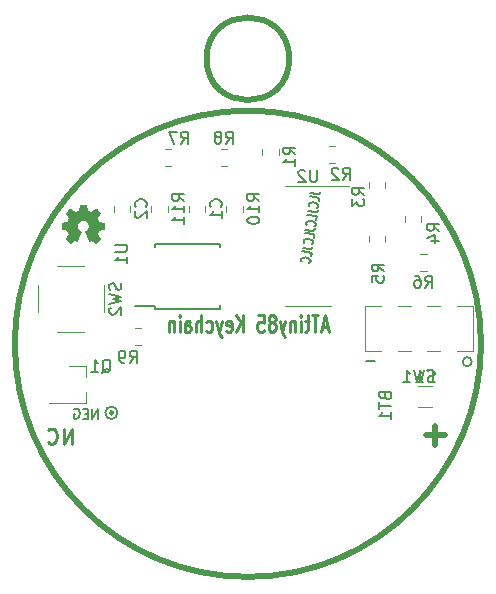
<source format=gbo>
G04 #@! TF.GenerationSoftware,KiCad,Pcbnew,(5.1.6)-1*
G04 #@! TF.CreationDate,2020-08-08T13:54:31-07:00*
G04 #@! TF.ProjectId,attiny85-keychain,61747469-6e79-4383-952d-6b6579636861,A*
G04 #@! TF.SameCoordinates,Original*
G04 #@! TF.FileFunction,Legend,Bot*
G04 #@! TF.FilePolarity,Positive*
%FSLAX46Y46*%
G04 Gerber Fmt 4.6, Leading zero omitted, Abs format (unit mm)*
G04 Created by KiCad (PCBNEW (5.1.6)-1) date 2020-08-08 13:54:31*
%MOMM*%
%LPD*%
G01*
G04 APERTURE LIST*
%ADD10C,0.150000*%
%ADD11C,0.203200*%
%ADD12C,0.254000*%
%ADD13C,0.508000*%
%ADD14C,0.152400*%
%ADD15C,0.120000*%
%ADD16C,0.010000*%
G04 APERTURE END LIST*
D10*
X161183609Y-115824000D02*
G75*
G03*
X161183609Y-115824000I-381000J0D01*
G01*
D11*
X153041047Y-115769571D02*
X152266952Y-115769571D01*
D12*
X130810000Y-120142000D02*
G75*
G03*
X130810000Y-120142000I-127000J0D01*
G01*
D10*
X131206634Y-120142000D02*
G75*
G03*
X131206634Y-120142000I-523634J0D01*
G01*
D13*
X161975800Y-114300000D02*
G75*
G03*
X161975800Y-114300000I-19735800J0D01*
G01*
X145740000Y-90170000D02*
G75*
G03*
X145740000Y-90170000I-3500000J0D01*
G01*
D12*
X127362857Y-122748523D02*
X127362857Y-121478523D01*
X126637142Y-122748523D01*
X126637142Y-121478523D01*
X125306666Y-122627571D02*
X125367142Y-122688047D01*
X125548571Y-122748523D01*
X125669523Y-122748523D01*
X125850952Y-122688047D01*
X125971904Y-122567095D01*
X126032380Y-122446142D01*
X126092857Y-122204238D01*
X126092857Y-122022809D01*
X126032380Y-121780904D01*
X125971904Y-121659952D01*
X125850952Y-121539000D01*
X125669523Y-121478523D01*
X125548571Y-121478523D01*
X125367142Y-121539000D01*
X125306666Y-121599476D01*
X148989142Y-112881833D02*
X148505333Y-112881833D01*
X149085904Y-113280976D02*
X148747238Y-111883976D01*
X148408571Y-113280976D01*
X148215047Y-111883976D02*
X147634476Y-111883976D01*
X147924761Y-113280976D02*
X147924761Y-111883976D01*
X147440952Y-112349642D02*
X147053904Y-112349642D01*
X147295809Y-111883976D02*
X147295809Y-113081404D01*
X147247428Y-113214452D01*
X147150666Y-113280976D01*
X147053904Y-113280976D01*
X146715238Y-113280976D02*
X146715238Y-112349642D01*
X146715238Y-111883976D02*
X146763619Y-111950500D01*
X146715238Y-112017023D01*
X146666857Y-111950500D01*
X146715238Y-111883976D01*
X146715238Y-112017023D01*
X146231428Y-112349642D02*
X146231428Y-113280976D01*
X146231428Y-112482690D02*
X146183047Y-112416166D01*
X146086285Y-112349642D01*
X145941142Y-112349642D01*
X145844380Y-112416166D01*
X145796000Y-112549214D01*
X145796000Y-113280976D01*
X145408952Y-112349642D02*
X145167047Y-113280976D01*
X144925142Y-112349642D02*
X145167047Y-113280976D01*
X145263809Y-113613595D01*
X145312190Y-113680119D01*
X145408952Y-113746642D01*
X144392952Y-112482690D02*
X144489714Y-112416166D01*
X144538095Y-112349642D01*
X144586476Y-112216595D01*
X144586476Y-112150071D01*
X144538095Y-112017023D01*
X144489714Y-111950500D01*
X144392952Y-111883976D01*
X144199428Y-111883976D01*
X144102666Y-111950500D01*
X144054285Y-112017023D01*
X144005904Y-112150071D01*
X144005904Y-112216595D01*
X144054285Y-112349642D01*
X144102666Y-112416166D01*
X144199428Y-112482690D01*
X144392952Y-112482690D01*
X144489714Y-112549214D01*
X144538095Y-112615738D01*
X144586476Y-112748785D01*
X144586476Y-113014880D01*
X144538095Y-113147928D01*
X144489714Y-113214452D01*
X144392952Y-113280976D01*
X144199428Y-113280976D01*
X144102666Y-113214452D01*
X144054285Y-113147928D01*
X144005904Y-113014880D01*
X144005904Y-112748785D01*
X144054285Y-112615738D01*
X144102666Y-112549214D01*
X144199428Y-112482690D01*
X143086666Y-111883976D02*
X143570476Y-111883976D01*
X143618857Y-112549214D01*
X143570476Y-112482690D01*
X143473714Y-112416166D01*
X143231809Y-112416166D01*
X143135047Y-112482690D01*
X143086666Y-112549214D01*
X143038285Y-112682261D01*
X143038285Y-113014880D01*
X143086666Y-113147928D01*
X143135047Y-113214452D01*
X143231809Y-113280976D01*
X143473714Y-113280976D01*
X143570476Y-113214452D01*
X143618857Y-113147928D01*
X141828761Y-113280976D02*
X141828761Y-111883976D01*
X141248190Y-113280976D02*
X141683619Y-112482690D01*
X141248190Y-111883976D02*
X141828761Y-112682261D01*
X140425714Y-113214452D02*
X140522476Y-113280976D01*
X140716000Y-113280976D01*
X140812761Y-113214452D01*
X140861142Y-113081404D01*
X140861142Y-112549214D01*
X140812761Y-112416166D01*
X140716000Y-112349642D01*
X140522476Y-112349642D01*
X140425714Y-112416166D01*
X140377333Y-112549214D01*
X140377333Y-112682261D01*
X140861142Y-112815309D01*
X140038666Y-112349642D02*
X139796761Y-113280976D01*
X139554857Y-112349642D02*
X139796761Y-113280976D01*
X139893523Y-113613595D01*
X139941904Y-113680119D01*
X140038666Y-113746642D01*
X138732380Y-113214452D02*
X138829142Y-113280976D01*
X139022666Y-113280976D01*
X139119428Y-113214452D01*
X139167809Y-113147928D01*
X139216190Y-113014880D01*
X139216190Y-112615738D01*
X139167809Y-112482690D01*
X139119428Y-112416166D01*
X139022666Y-112349642D01*
X138829142Y-112349642D01*
X138732380Y-112416166D01*
X138296952Y-113280976D02*
X138296952Y-111883976D01*
X137861523Y-113280976D02*
X137861523Y-112549214D01*
X137909904Y-112416166D01*
X138006666Y-112349642D01*
X138151809Y-112349642D01*
X138248571Y-112416166D01*
X138296952Y-112482690D01*
X136942285Y-113280976D02*
X136942285Y-112549214D01*
X136990666Y-112416166D01*
X137087428Y-112349642D01*
X137280952Y-112349642D01*
X137377714Y-112416166D01*
X136942285Y-113214452D02*
X137039047Y-113280976D01*
X137280952Y-113280976D01*
X137377714Y-113214452D01*
X137426095Y-113081404D01*
X137426095Y-112948357D01*
X137377714Y-112815309D01*
X137280952Y-112748785D01*
X137039047Y-112748785D01*
X136942285Y-112682261D01*
X136458476Y-113280976D02*
X136458476Y-112349642D01*
X136458476Y-111883976D02*
X136506857Y-111950500D01*
X136458476Y-112017023D01*
X136410095Y-111950500D01*
X136458476Y-111883976D01*
X136458476Y-112017023D01*
X135974666Y-112349642D02*
X135974666Y-113280976D01*
X135974666Y-112482690D02*
X135926285Y-112416166D01*
X135829523Y-112349642D01*
X135684380Y-112349642D01*
X135587619Y-112416166D01*
X135539238Y-112549214D01*
X135539238Y-113280976D01*
D14*
X129530323Y-120636695D02*
X129530323Y-119823895D01*
X129065866Y-120636695D01*
X129065866Y-119823895D01*
X128678819Y-120210942D02*
X128407885Y-120210942D01*
X128291771Y-120636695D02*
X128678819Y-120636695D01*
X128678819Y-119823895D01*
X128291771Y-119823895D01*
X127517676Y-119862600D02*
X127595085Y-119823895D01*
X127711200Y-119823895D01*
X127827314Y-119862600D01*
X127904723Y-119940009D01*
X127943428Y-120017419D01*
X127982133Y-120172238D01*
X127982133Y-120288352D01*
X127943428Y-120443171D01*
X127904723Y-120520580D01*
X127827314Y-120597990D01*
X127711200Y-120636695D01*
X127633790Y-120636695D01*
X127517676Y-120597990D01*
X127478971Y-120559285D01*
X127478971Y-120288352D01*
X127633790Y-120288352D01*
D13*
X158889095Y-122065142D02*
X157340904Y-122065142D01*
X158115000Y-122839238D02*
X158115000Y-121291047D01*
D14*
X147525106Y-101543684D02*
X148100027Y-101624484D01*
X148219052Y-101611898D01*
X148303788Y-101565179D01*
X148354236Y-101484328D01*
X148362316Y-101426836D01*
X148249196Y-102231726D02*
X148289596Y-101944265D01*
X147484706Y-101831145D01*
X148095780Y-102767128D02*
X148138148Y-102743768D01*
X148188596Y-102662917D01*
X148196676Y-102605424D01*
X148170468Y-102513800D01*
X148101892Y-102445534D01*
X148029276Y-102406015D01*
X147880003Y-102355722D01*
X147765019Y-102339562D01*
X147607667Y-102346761D01*
X147526970Y-102364734D01*
X147442234Y-102411453D01*
X147391786Y-102492305D01*
X147383706Y-102549797D01*
X147409914Y-102641422D01*
X147444202Y-102675554D01*
X147306946Y-103095972D02*
X147881868Y-103176772D01*
X148000892Y-103164186D01*
X148085628Y-103117467D01*
X148136076Y-103036615D01*
X148144156Y-102979123D01*
X148031036Y-103784013D02*
X148071436Y-103496553D01*
X147266546Y-103383433D01*
X147877620Y-104319415D02*
X147919988Y-104296056D01*
X147970436Y-104215204D01*
X147978516Y-104157712D01*
X147952308Y-104066087D01*
X147883732Y-103997822D01*
X147811116Y-103958302D01*
X147661843Y-103908010D01*
X147546859Y-103891850D01*
X147389507Y-103899049D01*
X147308811Y-103917022D01*
X147224075Y-103963741D01*
X147173626Y-104044592D01*
X147165546Y-104102084D01*
X147191755Y-104193709D01*
X147226043Y-104227842D01*
X147088787Y-104648260D02*
X147663708Y-104729060D01*
X147782732Y-104716473D01*
X147867468Y-104669755D01*
X147917916Y-104588903D01*
X147925996Y-104531411D01*
X147812876Y-105336301D02*
X147853276Y-105048840D01*
X147048387Y-104935720D01*
X147659460Y-105871703D02*
X147701828Y-105848343D01*
X147752277Y-105767492D01*
X147760357Y-105710000D01*
X147734148Y-105618375D01*
X147665572Y-105550109D01*
X147592956Y-105510590D01*
X147443684Y-105460297D01*
X147328699Y-105444137D01*
X147171347Y-105451337D01*
X147090651Y-105469310D01*
X147005915Y-105516028D01*
X146955467Y-105596880D01*
X146947387Y-105654372D01*
X146973595Y-105745997D01*
X147007883Y-105780130D01*
X146870627Y-106200547D02*
X147445548Y-106281347D01*
X147564572Y-106268761D01*
X147649308Y-106222042D01*
X147699757Y-106141191D01*
X147707837Y-106083699D01*
X147594717Y-106888589D02*
X147635117Y-106601128D01*
X146830227Y-106488008D01*
X147441301Y-107423990D02*
X147483669Y-107400631D01*
X147534117Y-107319780D01*
X147542197Y-107262287D01*
X147515989Y-107170663D01*
X147447412Y-107102397D01*
X147374796Y-107062878D01*
X147225524Y-107012585D01*
X147110540Y-106996425D01*
X146953187Y-107003624D01*
X146872491Y-107021597D01*
X146787755Y-107068316D01*
X146737307Y-107149167D01*
X146729227Y-107206660D01*
X146755435Y-107298284D01*
X146789723Y-107332417D01*
D15*
X159918000Y-111130000D02*
X161318000Y-111130000D01*
X158518000Y-111130000D02*
X157418000Y-111130000D01*
X156018000Y-111130000D02*
X154918000Y-111130000D01*
X152118000Y-111130000D02*
X153518000Y-111130000D01*
X154918000Y-114930000D02*
X154918000Y-114930000D01*
X156018000Y-114930000D02*
X154918000Y-114930000D01*
X157418000Y-114930000D02*
X157418000Y-114930000D01*
X158518000Y-114930000D02*
X157418000Y-114930000D01*
X152118000Y-114930000D02*
X153518000Y-114930000D01*
X152118000Y-111130000D02*
X152118000Y-114930000D01*
X161318000Y-114930000D02*
X161318000Y-111130000D01*
X159918000Y-114930000D02*
X161318000Y-114930000D01*
D16*
G36*
X128022346Y-102535037D02*
G01*
X128019815Y-102544444D01*
X128015325Y-102564830D01*
X128009178Y-102594679D01*
X128001676Y-102632473D01*
X127993121Y-102676694D01*
X127983814Y-102725825D01*
X127974933Y-102773590D01*
X127965231Y-102825666D01*
X127956020Y-102874031D01*
X127947597Y-102917204D01*
X127940261Y-102953700D01*
X127934308Y-102982036D01*
X127930037Y-103000729D01*
X127927843Y-103008147D01*
X127920734Y-103013002D01*
X127903647Y-103021689D01*
X127878437Y-103033432D01*
X127846964Y-103047458D01*
X127811082Y-103062991D01*
X127772649Y-103079258D01*
X127733523Y-103095484D01*
X127695559Y-103110895D01*
X127660616Y-103124717D01*
X127630549Y-103136174D01*
X127607216Y-103144493D01*
X127592473Y-103148900D01*
X127589133Y-103149400D01*
X127581223Y-103145898D01*
X127564143Y-103135930D01*
X127539135Y-103120298D01*
X127507440Y-103099807D01*
X127470302Y-103075259D01*
X127428962Y-103047459D01*
X127384663Y-103017209D01*
X127382977Y-103016050D01*
X127338537Y-102985710D01*
X127296950Y-102957792D01*
X127259470Y-102933102D01*
X127227348Y-102912443D01*
X127201835Y-102896620D01*
X127184184Y-102886439D01*
X127175647Y-102882704D01*
X127175534Y-102882700D01*
X127167306Y-102887127D01*
X127151640Y-102899578D01*
X127129778Y-102918808D01*
X127102963Y-102943571D01*
X127072436Y-102972623D01*
X127039441Y-103004716D01*
X127005221Y-103038607D01*
X126971017Y-103073050D01*
X126938073Y-103106799D01*
X126907631Y-103138609D01*
X126880934Y-103167234D01*
X126859224Y-103191430D01*
X126843744Y-103209950D01*
X126835737Y-103221550D01*
X126834900Y-103224097D01*
X126838433Y-103232726D01*
X126848553Y-103250619D01*
X126864542Y-103276652D01*
X126885685Y-103309700D01*
X126911264Y-103348638D01*
X126940563Y-103392340D01*
X126965076Y-103428340D01*
X126995000Y-103472376D01*
X127022500Y-103513554D01*
X127046764Y-103550605D01*
X127066983Y-103582260D01*
X127082343Y-103607248D01*
X127092034Y-103624302D01*
X127095250Y-103632025D01*
X127092816Y-103641266D01*
X127085943Y-103660515D01*
X127075276Y-103688145D01*
X127061459Y-103722527D01*
X127045138Y-103762032D01*
X127026958Y-103805030D01*
X127024447Y-103810895D01*
X127001484Y-103863898D01*
X126982714Y-103905923D01*
X126967716Y-103937825D01*
X126956069Y-103960460D01*
X126947352Y-103974681D01*
X126941144Y-103981345D01*
X126940309Y-103981787D01*
X126931117Y-103984255D01*
X126910948Y-103988701D01*
X126881323Y-103994820D01*
X126843758Y-104002311D01*
X126799772Y-104010868D01*
X126750884Y-104020190D01*
X126705151Y-104028759D01*
X126648445Y-104039494D01*
X126597991Y-104049434D01*
X126554910Y-104058338D01*
X126520326Y-104065960D01*
X126495359Y-104072059D01*
X126481131Y-104076390D01*
X126478236Y-104078005D01*
X126477078Y-104085988D01*
X126476008Y-104105211D01*
X126475055Y-104134216D01*
X126474252Y-104171544D01*
X126473629Y-104215735D01*
X126473218Y-104265329D01*
X126473049Y-104318869D01*
X126473048Y-104321784D01*
X126473118Y-104386150D01*
X126473408Y-104438809D01*
X126473952Y-104480756D01*
X126474780Y-104512982D01*
X126475926Y-104536481D01*
X126477421Y-104552245D01*
X126479299Y-104561267D01*
X126480959Y-104564191D01*
X126488880Y-104566861D01*
X126507825Y-104571481D01*
X126536320Y-104577745D01*
X126572888Y-104585345D01*
X126616058Y-104593975D01*
X126664354Y-104603326D01*
X126710305Y-104611979D01*
X126766069Y-104622541D01*
X126816190Y-104632422D01*
X126859448Y-104641359D01*
X126894620Y-104649086D01*
X126920487Y-104655338D01*
X126935826Y-104659850D01*
X126939527Y-104661673D01*
X126944409Y-104670333D01*
X126952991Y-104689027D01*
X126964542Y-104715896D01*
X126978329Y-104749083D01*
X126993622Y-104786729D01*
X127009688Y-104826978D01*
X127025796Y-104867971D01*
X127041214Y-104907850D01*
X127055210Y-104944758D01*
X127067053Y-104976836D01*
X127076012Y-105002227D01*
X127081354Y-105019073D01*
X127082550Y-105024843D01*
X127078956Y-105034107D01*
X127068575Y-105052748D01*
X127052009Y-105079813D01*
X127029860Y-105114351D01*
X127002730Y-105155410D01*
X126971220Y-105202036D01*
X126962115Y-105215347D01*
X126933090Y-105257761D01*
X126906154Y-105297286D01*
X126882206Y-105332590D01*
X126862148Y-105362337D01*
X126846880Y-105385192D01*
X126837304Y-105399823D01*
X126834511Y-105404377D01*
X126833274Y-105408427D01*
X126834145Y-105413603D01*
X126837918Y-105420804D01*
X126845388Y-105430927D01*
X126857350Y-105444868D01*
X126874600Y-105463526D01*
X126897931Y-105487796D01*
X126928139Y-105518577D01*
X126966020Y-105556765D01*
X126997652Y-105588511D01*
X127036066Y-105626798D01*
X127071903Y-105662091D01*
X127104131Y-105693404D01*
X127131717Y-105719753D01*
X127153629Y-105740152D01*
X127168834Y-105753616D01*
X127176298Y-105759161D01*
X127176667Y-105759250D01*
X127183784Y-105755763D01*
X127200063Y-105745855D01*
X127224237Y-105730358D01*
X127255041Y-105710102D01*
X127291209Y-105685917D01*
X127331475Y-105658634D01*
X127365366Y-105635424D01*
X127408075Y-105606255D01*
X127447791Y-105579532D01*
X127483230Y-105556089D01*
X127513110Y-105536758D01*
X127536146Y-105522373D01*
X127551055Y-105513766D01*
X127556227Y-105511600D01*
X127565432Y-105514455D01*
X127583552Y-105522320D01*
X127608339Y-105534143D01*
X127637548Y-105548872D01*
X127652553Y-105556704D01*
X127686119Y-105574176D01*
X127710345Y-105586070D01*
X127726949Y-105593055D01*
X127737648Y-105595797D01*
X127744162Y-105594963D01*
X127746588Y-105593216D01*
X127750448Y-105585983D01*
X127758600Y-105568185D01*
X127770548Y-105541019D01*
X127785793Y-105505684D01*
X127803839Y-105463377D01*
X127824189Y-105415296D01*
X127846346Y-105362638D01*
X127869813Y-105306601D01*
X127894093Y-105248383D01*
X127918688Y-105189181D01*
X127943103Y-105130193D01*
X127966839Y-105072616D01*
X127989401Y-105017649D01*
X128010290Y-104966488D01*
X128029009Y-104920332D01*
X128045063Y-104880378D01*
X128057953Y-104847823D01*
X128067184Y-104823866D01*
X128072257Y-104809704D01*
X128073098Y-104806434D01*
X128068173Y-104798957D01*
X128054817Y-104786443D01*
X128035227Y-104770809D01*
X128017588Y-104758064D01*
X127962523Y-104717329D01*
X127917463Y-104677856D01*
X127880242Y-104637278D01*
X127848697Y-104593226D01*
X127820661Y-104543333D01*
X127819965Y-104541949D01*
X127798437Y-104493207D01*
X127783863Y-104445280D01*
X127775386Y-104394206D01*
X127772146Y-104336025D01*
X127772051Y-104320975D01*
X127773336Y-104269986D01*
X127777644Y-104227328D01*
X127785891Y-104188807D01*
X127798996Y-104150230D01*
X127817875Y-104107402D01*
X127819513Y-104103977D01*
X127859248Y-104035506D01*
X127908529Y-103975234D01*
X127966735Y-103923790D01*
X128033243Y-103881805D01*
X128044575Y-103876026D01*
X128105913Y-103849501D01*
X128164882Y-103832525D01*
X128226057Y-103824011D01*
X128270000Y-103822500D01*
X128348938Y-103828578D01*
X128424434Y-103846356D01*
X128495389Y-103875145D01*
X128560699Y-103914255D01*
X128619262Y-103963000D01*
X128669978Y-104020689D01*
X128711744Y-104086635D01*
X128720488Y-104103977D01*
X128739827Y-104147282D01*
X128753324Y-104186028D01*
X128761897Y-104224411D01*
X128766462Y-104266622D01*
X128767938Y-104316857D01*
X128767950Y-104320975D01*
X128765810Y-104381388D01*
X128758634Y-104433768D01*
X128745562Y-104482076D01*
X128725736Y-104530273D01*
X128720036Y-104541949D01*
X128688420Y-104597598D01*
X128652026Y-104646588D01*
X128608664Y-104691309D01*
X128556146Y-104734149D01*
X128522046Y-104758126D01*
X128497188Y-104775823D01*
X128478720Y-104790973D01*
X128468429Y-104802030D01*
X128466903Y-104805751D01*
X128469304Y-104813690D01*
X128476155Y-104832127D01*
X128486958Y-104859862D01*
X128501215Y-104895697D01*
X128518432Y-104938435D01*
X128538109Y-104986877D01*
X128559751Y-105039824D01*
X128582861Y-105096078D01*
X128606941Y-105154442D01*
X128631495Y-105213716D01*
X128656025Y-105272703D01*
X128680035Y-105330204D01*
X128703028Y-105385020D01*
X128724507Y-105435955D01*
X128743975Y-105481809D01*
X128760934Y-105521384D01*
X128774889Y-105553482D01*
X128785342Y-105576904D01*
X128791797Y-105590453D01*
X128793509Y-105593313D01*
X128798538Y-105595995D01*
X128806641Y-105595370D01*
X128819627Y-105590737D01*
X128839305Y-105581397D01*
X128867485Y-105566649D01*
X128880578Y-105559600D01*
X128910424Y-105543846D01*
X128937577Y-105530223D01*
X128959463Y-105519974D01*
X128973509Y-105514338D01*
X128975586Y-105513776D01*
X128981655Y-105513876D01*
X128990500Y-105516675D01*
X129003171Y-105522816D01*
X129020716Y-105532941D01*
X129044181Y-105547690D01*
X129074617Y-105567707D01*
X129113070Y-105593632D01*
X129160589Y-105626108D01*
X129173245Y-105634801D01*
X129215995Y-105664015D01*
X129255654Y-105690791D01*
X129290961Y-105714300D01*
X129320650Y-105733715D01*
X129343460Y-105748208D01*
X129358126Y-105756951D01*
X129363167Y-105759250D01*
X129369503Y-105754892D01*
X129383722Y-105742476D01*
X129404789Y-105722987D01*
X129431672Y-105697409D01*
X129463335Y-105666729D01*
X129498744Y-105631931D01*
X129536867Y-105594001D01*
X129542349Y-105588511D01*
X129586095Y-105544581D01*
X129621610Y-105508690D01*
X129649691Y-105479939D01*
X129671130Y-105457431D01*
X129686725Y-105440270D01*
X129697268Y-105427558D01*
X129703556Y-105418398D01*
X129706382Y-105411893D01*
X129706543Y-105407145D01*
X129705490Y-105404377D01*
X129700268Y-105396058D01*
X129688746Y-105378612D01*
X129671825Y-105353373D01*
X129650406Y-105321677D01*
X129625389Y-105284857D01*
X129597676Y-105244248D01*
X129577886Y-105215347D01*
X129545306Y-105167391D01*
X129516944Y-105124748D01*
X129493402Y-105088370D01*
X129475281Y-105059210D01*
X129463185Y-105038219D01*
X129457714Y-105026351D01*
X129457450Y-105024843D01*
X129459766Y-105015204D01*
X129466223Y-104995696D01*
X129476090Y-104968177D01*
X129488634Y-104934506D01*
X129503125Y-104896539D01*
X129518828Y-104856135D01*
X129535013Y-104815154D01*
X129550947Y-104775451D01*
X129565897Y-104738887D01*
X129579133Y-104707318D01*
X129589921Y-104682604D01*
X129597529Y-104666602D01*
X129600601Y-104661545D01*
X129608844Y-104658161D01*
X129628481Y-104652876D01*
X129658387Y-104645935D01*
X129697439Y-104637581D01*
X129744512Y-104628060D01*
X129798483Y-104617616D01*
X129829894Y-104611716D01*
X129881492Y-104601983D01*
X129929269Y-104592706D01*
X129971750Y-104584192D01*
X130007463Y-104576747D01*
X130034932Y-104570678D01*
X130052685Y-104566291D01*
X130059113Y-104564055D01*
X130061282Y-104559329D01*
X130063048Y-104548409D01*
X130064442Y-104530320D01*
X130065495Y-104504088D01*
X130066239Y-104468740D01*
X130066706Y-104423300D01*
X130066927Y-104366795D01*
X130066953Y-104321784D01*
X130066796Y-104268071D01*
X130066392Y-104218221D01*
X130065772Y-104173694D01*
X130064967Y-104135949D01*
X130064010Y-104106448D01*
X130062931Y-104086650D01*
X130061762Y-104078014D01*
X130061698Y-104077897D01*
X130054177Y-104074627D01*
X130035144Y-104069465D01*
X130005611Y-104062630D01*
X129966590Y-104054339D01*
X129919091Y-104044813D01*
X129864126Y-104034270D01*
X129834783Y-104028801D01*
X129782845Y-104019111D01*
X129734479Y-104009908D01*
X129691204Y-104001493D01*
X129654539Y-103994170D01*
X129626002Y-103988241D01*
X129607113Y-103984010D01*
X129599692Y-103981937D01*
X129593801Y-103976301D01*
X129585388Y-103963057D01*
X129574045Y-103941376D01*
X129559365Y-103910433D01*
X129540941Y-103869400D01*
X129518367Y-103817450D01*
X129515554Y-103810895D01*
X129497174Y-103767545D01*
X129480568Y-103727463D01*
X129466382Y-103692280D01*
X129455262Y-103663626D01*
X129447851Y-103643134D01*
X129444794Y-103632433D01*
X129444750Y-103631840D01*
X129448252Y-103623513D01*
X129458223Y-103606027D01*
X129473862Y-103580633D01*
X129494368Y-103548585D01*
X129518941Y-103511136D01*
X129546779Y-103469539D01*
X129574925Y-103428188D01*
X129607156Y-103380815D01*
X129635969Y-103337691D01*
X129660677Y-103299889D01*
X129680597Y-103268485D01*
X129695043Y-103244551D01*
X129703330Y-103229162D01*
X129705101Y-103224039D01*
X129700681Y-103215782D01*
X129688253Y-103200072D01*
X129669058Y-103178155D01*
X129644340Y-103151277D01*
X129615342Y-103120682D01*
X129583307Y-103087615D01*
X129549479Y-103053322D01*
X129515099Y-103019048D01*
X129481412Y-102986038D01*
X129449660Y-102955537D01*
X129421087Y-102928791D01*
X129396936Y-102907044D01*
X129378450Y-102891543D01*
X129366871Y-102883531D01*
X129364335Y-102882700D01*
X129356136Y-102886200D01*
X129338774Y-102896165D01*
X129313500Y-102911792D01*
X129281565Y-102932278D01*
X129244222Y-102956819D01*
X129202721Y-102984613D01*
X129158314Y-103014855D01*
X129156575Y-103016050D01*
X129105871Y-103050608D01*
X129060655Y-103080877D01*
X129021795Y-103106301D01*
X128990159Y-103126326D01*
X128966616Y-103140399D01*
X128952034Y-103147964D01*
X128948021Y-103149152D01*
X128937295Y-103146654D01*
X128917225Y-103139870D01*
X128889678Y-103129585D01*
X128856521Y-103116584D01*
X128819618Y-103101652D01*
X128780837Y-103085574D01*
X128742042Y-103069135D01*
X128705101Y-103053121D01*
X128671878Y-103038317D01*
X128644241Y-103025507D01*
X128624055Y-103015476D01*
X128613185Y-103009011D01*
X128611934Y-103007747D01*
X128609464Y-102999250D01*
X128605044Y-102979740D01*
X128598972Y-102950703D01*
X128591547Y-102913624D01*
X128583065Y-102869990D01*
X128573826Y-102821287D01*
X128564918Y-102773305D01*
X128555221Y-102721053D01*
X128545998Y-102672327D01*
X128537550Y-102628648D01*
X128530179Y-102591535D01*
X128524186Y-102562505D01*
X128519872Y-102543078D01*
X128517664Y-102535037D01*
X128511573Y-102520750D01*
X128028428Y-102520750D01*
X128022346Y-102535037D01*
G37*
X128022346Y-102535037D02*
X128019815Y-102544444D01*
X128015325Y-102564830D01*
X128009178Y-102594679D01*
X128001676Y-102632473D01*
X127993121Y-102676694D01*
X127983814Y-102725825D01*
X127974933Y-102773590D01*
X127965231Y-102825666D01*
X127956020Y-102874031D01*
X127947597Y-102917204D01*
X127940261Y-102953700D01*
X127934308Y-102982036D01*
X127930037Y-103000729D01*
X127927843Y-103008147D01*
X127920734Y-103013002D01*
X127903647Y-103021689D01*
X127878437Y-103033432D01*
X127846964Y-103047458D01*
X127811082Y-103062991D01*
X127772649Y-103079258D01*
X127733523Y-103095484D01*
X127695559Y-103110895D01*
X127660616Y-103124717D01*
X127630549Y-103136174D01*
X127607216Y-103144493D01*
X127592473Y-103148900D01*
X127589133Y-103149400D01*
X127581223Y-103145898D01*
X127564143Y-103135930D01*
X127539135Y-103120298D01*
X127507440Y-103099807D01*
X127470302Y-103075259D01*
X127428962Y-103047459D01*
X127384663Y-103017209D01*
X127382977Y-103016050D01*
X127338537Y-102985710D01*
X127296950Y-102957792D01*
X127259470Y-102933102D01*
X127227348Y-102912443D01*
X127201835Y-102896620D01*
X127184184Y-102886439D01*
X127175647Y-102882704D01*
X127175534Y-102882700D01*
X127167306Y-102887127D01*
X127151640Y-102899578D01*
X127129778Y-102918808D01*
X127102963Y-102943571D01*
X127072436Y-102972623D01*
X127039441Y-103004716D01*
X127005221Y-103038607D01*
X126971017Y-103073050D01*
X126938073Y-103106799D01*
X126907631Y-103138609D01*
X126880934Y-103167234D01*
X126859224Y-103191430D01*
X126843744Y-103209950D01*
X126835737Y-103221550D01*
X126834900Y-103224097D01*
X126838433Y-103232726D01*
X126848553Y-103250619D01*
X126864542Y-103276652D01*
X126885685Y-103309700D01*
X126911264Y-103348638D01*
X126940563Y-103392340D01*
X126965076Y-103428340D01*
X126995000Y-103472376D01*
X127022500Y-103513554D01*
X127046764Y-103550605D01*
X127066983Y-103582260D01*
X127082343Y-103607248D01*
X127092034Y-103624302D01*
X127095250Y-103632025D01*
X127092816Y-103641266D01*
X127085943Y-103660515D01*
X127075276Y-103688145D01*
X127061459Y-103722527D01*
X127045138Y-103762032D01*
X127026958Y-103805030D01*
X127024447Y-103810895D01*
X127001484Y-103863898D01*
X126982714Y-103905923D01*
X126967716Y-103937825D01*
X126956069Y-103960460D01*
X126947352Y-103974681D01*
X126941144Y-103981345D01*
X126940309Y-103981787D01*
X126931117Y-103984255D01*
X126910948Y-103988701D01*
X126881323Y-103994820D01*
X126843758Y-104002311D01*
X126799772Y-104010868D01*
X126750884Y-104020190D01*
X126705151Y-104028759D01*
X126648445Y-104039494D01*
X126597991Y-104049434D01*
X126554910Y-104058338D01*
X126520326Y-104065960D01*
X126495359Y-104072059D01*
X126481131Y-104076390D01*
X126478236Y-104078005D01*
X126477078Y-104085988D01*
X126476008Y-104105211D01*
X126475055Y-104134216D01*
X126474252Y-104171544D01*
X126473629Y-104215735D01*
X126473218Y-104265329D01*
X126473049Y-104318869D01*
X126473048Y-104321784D01*
X126473118Y-104386150D01*
X126473408Y-104438809D01*
X126473952Y-104480756D01*
X126474780Y-104512982D01*
X126475926Y-104536481D01*
X126477421Y-104552245D01*
X126479299Y-104561267D01*
X126480959Y-104564191D01*
X126488880Y-104566861D01*
X126507825Y-104571481D01*
X126536320Y-104577745D01*
X126572888Y-104585345D01*
X126616058Y-104593975D01*
X126664354Y-104603326D01*
X126710305Y-104611979D01*
X126766069Y-104622541D01*
X126816190Y-104632422D01*
X126859448Y-104641359D01*
X126894620Y-104649086D01*
X126920487Y-104655338D01*
X126935826Y-104659850D01*
X126939527Y-104661673D01*
X126944409Y-104670333D01*
X126952991Y-104689027D01*
X126964542Y-104715896D01*
X126978329Y-104749083D01*
X126993622Y-104786729D01*
X127009688Y-104826978D01*
X127025796Y-104867971D01*
X127041214Y-104907850D01*
X127055210Y-104944758D01*
X127067053Y-104976836D01*
X127076012Y-105002227D01*
X127081354Y-105019073D01*
X127082550Y-105024843D01*
X127078956Y-105034107D01*
X127068575Y-105052748D01*
X127052009Y-105079813D01*
X127029860Y-105114351D01*
X127002730Y-105155410D01*
X126971220Y-105202036D01*
X126962115Y-105215347D01*
X126933090Y-105257761D01*
X126906154Y-105297286D01*
X126882206Y-105332590D01*
X126862148Y-105362337D01*
X126846880Y-105385192D01*
X126837304Y-105399823D01*
X126834511Y-105404377D01*
X126833274Y-105408427D01*
X126834145Y-105413603D01*
X126837918Y-105420804D01*
X126845388Y-105430927D01*
X126857350Y-105444868D01*
X126874600Y-105463526D01*
X126897931Y-105487796D01*
X126928139Y-105518577D01*
X126966020Y-105556765D01*
X126997652Y-105588511D01*
X127036066Y-105626798D01*
X127071903Y-105662091D01*
X127104131Y-105693404D01*
X127131717Y-105719753D01*
X127153629Y-105740152D01*
X127168834Y-105753616D01*
X127176298Y-105759161D01*
X127176667Y-105759250D01*
X127183784Y-105755763D01*
X127200063Y-105745855D01*
X127224237Y-105730358D01*
X127255041Y-105710102D01*
X127291209Y-105685917D01*
X127331475Y-105658634D01*
X127365366Y-105635424D01*
X127408075Y-105606255D01*
X127447791Y-105579532D01*
X127483230Y-105556089D01*
X127513110Y-105536758D01*
X127536146Y-105522373D01*
X127551055Y-105513766D01*
X127556227Y-105511600D01*
X127565432Y-105514455D01*
X127583552Y-105522320D01*
X127608339Y-105534143D01*
X127637548Y-105548872D01*
X127652553Y-105556704D01*
X127686119Y-105574176D01*
X127710345Y-105586070D01*
X127726949Y-105593055D01*
X127737648Y-105595797D01*
X127744162Y-105594963D01*
X127746588Y-105593216D01*
X127750448Y-105585983D01*
X127758600Y-105568185D01*
X127770548Y-105541019D01*
X127785793Y-105505684D01*
X127803839Y-105463377D01*
X127824189Y-105415296D01*
X127846346Y-105362638D01*
X127869813Y-105306601D01*
X127894093Y-105248383D01*
X127918688Y-105189181D01*
X127943103Y-105130193D01*
X127966839Y-105072616D01*
X127989401Y-105017649D01*
X128010290Y-104966488D01*
X128029009Y-104920332D01*
X128045063Y-104880378D01*
X128057953Y-104847823D01*
X128067184Y-104823866D01*
X128072257Y-104809704D01*
X128073098Y-104806434D01*
X128068173Y-104798957D01*
X128054817Y-104786443D01*
X128035227Y-104770809D01*
X128017588Y-104758064D01*
X127962523Y-104717329D01*
X127917463Y-104677856D01*
X127880242Y-104637278D01*
X127848697Y-104593226D01*
X127820661Y-104543333D01*
X127819965Y-104541949D01*
X127798437Y-104493207D01*
X127783863Y-104445280D01*
X127775386Y-104394206D01*
X127772146Y-104336025D01*
X127772051Y-104320975D01*
X127773336Y-104269986D01*
X127777644Y-104227328D01*
X127785891Y-104188807D01*
X127798996Y-104150230D01*
X127817875Y-104107402D01*
X127819513Y-104103977D01*
X127859248Y-104035506D01*
X127908529Y-103975234D01*
X127966735Y-103923790D01*
X128033243Y-103881805D01*
X128044575Y-103876026D01*
X128105913Y-103849501D01*
X128164882Y-103832525D01*
X128226057Y-103824011D01*
X128270000Y-103822500D01*
X128348938Y-103828578D01*
X128424434Y-103846356D01*
X128495389Y-103875145D01*
X128560699Y-103914255D01*
X128619262Y-103963000D01*
X128669978Y-104020689D01*
X128711744Y-104086635D01*
X128720488Y-104103977D01*
X128739827Y-104147282D01*
X128753324Y-104186028D01*
X128761897Y-104224411D01*
X128766462Y-104266622D01*
X128767938Y-104316857D01*
X128767950Y-104320975D01*
X128765810Y-104381388D01*
X128758634Y-104433768D01*
X128745562Y-104482076D01*
X128725736Y-104530273D01*
X128720036Y-104541949D01*
X128688420Y-104597598D01*
X128652026Y-104646588D01*
X128608664Y-104691309D01*
X128556146Y-104734149D01*
X128522046Y-104758126D01*
X128497188Y-104775823D01*
X128478720Y-104790973D01*
X128468429Y-104802030D01*
X128466903Y-104805751D01*
X128469304Y-104813690D01*
X128476155Y-104832127D01*
X128486958Y-104859862D01*
X128501215Y-104895697D01*
X128518432Y-104938435D01*
X128538109Y-104986877D01*
X128559751Y-105039824D01*
X128582861Y-105096078D01*
X128606941Y-105154442D01*
X128631495Y-105213716D01*
X128656025Y-105272703D01*
X128680035Y-105330204D01*
X128703028Y-105385020D01*
X128724507Y-105435955D01*
X128743975Y-105481809D01*
X128760934Y-105521384D01*
X128774889Y-105553482D01*
X128785342Y-105576904D01*
X128791797Y-105590453D01*
X128793509Y-105593313D01*
X128798538Y-105595995D01*
X128806641Y-105595370D01*
X128819627Y-105590737D01*
X128839305Y-105581397D01*
X128867485Y-105566649D01*
X128880578Y-105559600D01*
X128910424Y-105543846D01*
X128937577Y-105530223D01*
X128959463Y-105519974D01*
X128973509Y-105514338D01*
X128975586Y-105513776D01*
X128981655Y-105513876D01*
X128990500Y-105516675D01*
X129003171Y-105522816D01*
X129020716Y-105532941D01*
X129044181Y-105547690D01*
X129074617Y-105567707D01*
X129113070Y-105593632D01*
X129160589Y-105626108D01*
X129173245Y-105634801D01*
X129215995Y-105664015D01*
X129255654Y-105690791D01*
X129290961Y-105714300D01*
X129320650Y-105733715D01*
X129343460Y-105748208D01*
X129358126Y-105756951D01*
X129363167Y-105759250D01*
X129369503Y-105754892D01*
X129383722Y-105742476D01*
X129404789Y-105722987D01*
X129431672Y-105697409D01*
X129463335Y-105666729D01*
X129498744Y-105631931D01*
X129536867Y-105594001D01*
X129542349Y-105588511D01*
X129586095Y-105544581D01*
X129621610Y-105508690D01*
X129649691Y-105479939D01*
X129671130Y-105457431D01*
X129686725Y-105440270D01*
X129697268Y-105427558D01*
X129703556Y-105418398D01*
X129706382Y-105411893D01*
X129706543Y-105407145D01*
X129705490Y-105404377D01*
X129700268Y-105396058D01*
X129688746Y-105378612D01*
X129671825Y-105353373D01*
X129650406Y-105321677D01*
X129625389Y-105284857D01*
X129597676Y-105244248D01*
X129577886Y-105215347D01*
X129545306Y-105167391D01*
X129516944Y-105124748D01*
X129493402Y-105088370D01*
X129475281Y-105059210D01*
X129463185Y-105038219D01*
X129457714Y-105026351D01*
X129457450Y-105024843D01*
X129459766Y-105015204D01*
X129466223Y-104995696D01*
X129476090Y-104968177D01*
X129488634Y-104934506D01*
X129503125Y-104896539D01*
X129518828Y-104856135D01*
X129535013Y-104815154D01*
X129550947Y-104775451D01*
X129565897Y-104738887D01*
X129579133Y-104707318D01*
X129589921Y-104682604D01*
X129597529Y-104666602D01*
X129600601Y-104661545D01*
X129608844Y-104658161D01*
X129628481Y-104652876D01*
X129658387Y-104645935D01*
X129697439Y-104637581D01*
X129744512Y-104628060D01*
X129798483Y-104617616D01*
X129829894Y-104611716D01*
X129881492Y-104601983D01*
X129929269Y-104592706D01*
X129971750Y-104584192D01*
X130007463Y-104576747D01*
X130034932Y-104570678D01*
X130052685Y-104566291D01*
X130059113Y-104564055D01*
X130061282Y-104559329D01*
X130063048Y-104548409D01*
X130064442Y-104530320D01*
X130065495Y-104504088D01*
X130066239Y-104468740D01*
X130066706Y-104423300D01*
X130066927Y-104366795D01*
X130066953Y-104321784D01*
X130066796Y-104268071D01*
X130066392Y-104218221D01*
X130065772Y-104173694D01*
X130064967Y-104135949D01*
X130064010Y-104106448D01*
X130062931Y-104086650D01*
X130061762Y-104078014D01*
X130061698Y-104077897D01*
X130054177Y-104074627D01*
X130035144Y-104069465D01*
X130005611Y-104062630D01*
X129966590Y-104054339D01*
X129919091Y-104044813D01*
X129864126Y-104034270D01*
X129834783Y-104028801D01*
X129782845Y-104019111D01*
X129734479Y-104009908D01*
X129691204Y-104001493D01*
X129654539Y-103994170D01*
X129626002Y-103988241D01*
X129607113Y-103984010D01*
X129599692Y-103981937D01*
X129593801Y-103976301D01*
X129585388Y-103963057D01*
X129574045Y-103941376D01*
X129559365Y-103910433D01*
X129540941Y-103869400D01*
X129518367Y-103817450D01*
X129515554Y-103810895D01*
X129497174Y-103767545D01*
X129480568Y-103727463D01*
X129466382Y-103692280D01*
X129455262Y-103663626D01*
X129447851Y-103643134D01*
X129444794Y-103632433D01*
X129444750Y-103631840D01*
X129448252Y-103623513D01*
X129458223Y-103606027D01*
X129473862Y-103580633D01*
X129494368Y-103548585D01*
X129518941Y-103511136D01*
X129546779Y-103469539D01*
X129574925Y-103428188D01*
X129607156Y-103380815D01*
X129635969Y-103337691D01*
X129660677Y-103299889D01*
X129680597Y-103268485D01*
X129695043Y-103244551D01*
X129703330Y-103229162D01*
X129705101Y-103224039D01*
X129700681Y-103215782D01*
X129688253Y-103200072D01*
X129669058Y-103178155D01*
X129644340Y-103151277D01*
X129615342Y-103120682D01*
X129583307Y-103087615D01*
X129549479Y-103053322D01*
X129515099Y-103019048D01*
X129481412Y-102986038D01*
X129449660Y-102955537D01*
X129421087Y-102928791D01*
X129396936Y-102907044D01*
X129378450Y-102891543D01*
X129366871Y-102883531D01*
X129364335Y-102882700D01*
X129356136Y-102886200D01*
X129338774Y-102896165D01*
X129313500Y-102911792D01*
X129281565Y-102932278D01*
X129244222Y-102956819D01*
X129202721Y-102984613D01*
X129158314Y-103014855D01*
X129156575Y-103016050D01*
X129105871Y-103050608D01*
X129060655Y-103080877D01*
X129021795Y-103106301D01*
X128990159Y-103126326D01*
X128966616Y-103140399D01*
X128952034Y-103147964D01*
X128948021Y-103149152D01*
X128937295Y-103146654D01*
X128917225Y-103139870D01*
X128889678Y-103129585D01*
X128856521Y-103116584D01*
X128819618Y-103101652D01*
X128780837Y-103085574D01*
X128742042Y-103069135D01*
X128705101Y-103053121D01*
X128671878Y-103038317D01*
X128644241Y-103025507D01*
X128624055Y-103015476D01*
X128613185Y-103009011D01*
X128611934Y-103007747D01*
X128609464Y-102999250D01*
X128605044Y-102979740D01*
X128598972Y-102950703D01*
X128591547Y-102913624D01*
X128583065Y-102869990D01*
X128573826Y-102821287D01*
X128564918Y-102773305D01*
X128555221Y-102721053D01*
X128545998Y-102672327D01*
X128537550Y-102628648D01*
X128530179Y-102591535D01*
X128524186Y-102562505D01*
X128519872Y-102543078D01*
X128517664Y-102535037D01*
X128511573Y-102520750D01*
X128028428Y-102520750D01*
X128022346Y-102535037D01*
D15*
X128397000Y-107696000D02*
X126111000Y-107696000D01*
X130048000Y-111633000D02*
X130048000Y-109347000D01*
X128397000Y-113284000D02*
X126111000Y-113284000D01*
X124460000Y-111633000D02*
X124460000Y-109347000D01*
D10*
X134410000Y-111135000D02*
X132660000Y-111135000D01*
X134410000Y-105830000D02*
X139910000Y-105830000D01*
X134410000Y-111340000D02*
X139910000Y-111340000D01*
X134410000Y-105830000D02*
X134410000Y-106130000D01*
X139910000Y-105830000D02*
X139910000Y-106130000D01*
X139910000Y-111340000D02*
X139910000Y-111040000D01*
X134410000Y-111340000D02*
X134410000Y-111135000D01*
D15*
X141807000Y-103131252D02*
X141807000Y-102608748D01*
X140387000Y-103131252D02*
X140387000Y-102608748D01*
X128522000Y-116149000D02*
X128522000Y-117079000D01*
X128522000Y-119309000D02*
X128522000Y-118379000D01*
X128522000Y-119309000D02*
X125362000Y-119309000D01*
X128522000Y-116149000D02*
X127062000Y-116149000D01*
X156660436Y-119655000D02*
X157864564Y-119655000D01*
X156660436Y-117835000D02*
X157864564Y-117835000D01*
X135457000Y-103131252D02*
X135457000Y-102608748D01*
X134037000Y-103131252D02*
X134037000Y-102608748D01*
X140469252Y-97842000D02*
X139946748Y-97842000D01*
X140469252Y-99262000D02*
X139946748Y-99262000D01*
X135770252Y-99262000D02*
X135247748Y-99262000D01*
X135770252Y-97842000D02*
X135247748Y-97842000D01*
X156846748Y-108152000D02*
X157369252Y-108152000D01*
X156846748Y-106732000D02*
X157369252Y-106732000D01*
X153872000Y-105680252D02*
X153872000Y-105157748D01*
X152452000Y-105680252D02*
X152452000Y-105157748D01*
X155500000Y-104011252D02*
X155500000Y-103488748D01*
X156920000Y-104011252D02*
X156920000Y-103488748D01*
X153872000Y-101090252D02*
X153872000Y-100567748D01*
X152452000Y-101090252D02*
X152452000Y-100567748D01*
X149081748Y-99008000D02*
X149604252Y-99008000D01*
X149081748Y-97588000D02*
X149604252Y-97588000D01*
X144855000Y-98305252D02*
X144855000Y-97782748D01*
X143435000Y-98305252D02*
X143435000Y-97782748D01*
X147320000Y-100985000D02*
X150770000Y-100985000D01*
X147320000Y-100985000D02*
X145370000Y-100985000D01*
X147320000Y-111105000D02*
X149270000Y-111105000D01*
X147320000Y-111105000D02*
X145370000Y-111105000D01*
X133221252Y-112955000D02*
X132698748Y-112955000D01*
X133221252Y-114375000D02*
X132698748Y-114375000D01*
X132282000Y-103131252D02*
X132282000Y-102608748D01*
X130862000Y-103131252D02*
X130862000Y-102608748D01*
X138632000Y-103131252D02*
X138632000Y-102608748D01*
X137212000Y-103131252D02*
X137212000Y-102608748D01*
D10*
X158051333Y-117498761D02*
X157908476Y-117546380D01*
X157670380Y-117546380D01*
X157575142Y-117498761D01*
X157527523Y-117451142D01*
X157479904Y-117355904D01*
X157479904Y-117260666D01*
X157527523Y-117165428D01*
X157575142Y-117117809D01*
X157670380Y-117070190D01*
X157860857Y-117022571D01*
X157956095Y-116974952D01*
X158003714Y-116927333D01*
X158051333Y-116832095D01*
X158051333Y-116736857D01*
X158003714Y-116641619D01*
X157956095Y-116594000D01*
X157860857Y-116546380D01*
X157622761Y-116546380D01*
X157479904Y-116594000D01*
X157146571Y-116546380D02*
X156908476Y-117546380D01*
X156718000Y-116832095D01*
X156527523Y-117546380D01*
X156289428Y-116546380D01*
X155384666Y-117546380D02*
X155956095Y-117546380D01*
X155670380Y-117546380D02*
X155670380Y-116546380D01*
X155765619Y-116689238D01*
X155860857Y-116784476D01*
X155956095Y-116832095D01*
X153852571Y-118721285D02*
X153900190Y-118864142D01*
X153947809Y-118911761D01*
X154043047Y-118959380D01*
X154185904Y-118959380D01*
X154281142Y-118911761D01*
X154328761Y-118864142D01*
X154376380Y-118768904D01*
X154376380Y-118387952D01*
X153376380Y-118387952D01*
X153376380Y-118721285D01*
X153424000Y-118816523D01*
X153471619Y-118864142D01*
X153566857Y-118911761D01*
X153662095Y-118911761D01*
X153757333Y-118864142D01*
X153804952Y-118816523D01*
X153852571Y-118721285D01*
X153852571Y-118387952D01*
X153376380Y-119245095D02*
X153376380Y-119816523D01*
X154376380Y-119530809D02*
X153376380Y-119530809D01*
X154376380Y-120673666D02*
X154376380Y-120102238D01*
X154376380Y-120387952D02*
X153376380Y-120387952D01*
X153519238Y-120292714D01*
X153614476Y-120197476D01*
X153662095Y-120102238D01*
X131468761Y-109156666D02*
X131516380Y-109299523D01*
X131516380Y-109537619D01*
X131468761Y-109632857D01*
X131421142Y-109680476D01*
X131325904Y-109728095D01*
X131230666Y-109728095D01*
X131135428Y-109680476D01*
X131087809Y-109632857D01*
X131040190Y-109537619D01*
X130992571Y-109347142D01*
X130944952Y-109251904D01*
X130897333Y-109204285D01*
X130802095Y-109156666D01*
X130706857Y-109156666D01*
X130611619Y-109204285D01*
X130564000Y-109251904D01*
X130516380Y-109347142D01*
X130516380Y-109585238D01*
X130564000Y-109728095D01*
X130516380Y-110061428D02*
X131516380Y-110299523D01*
X130802095Y-110490000D01*
X131516380Y-110680476D01*
X130516380Y-110918571D01*
X130611619Y-111251904D02*
X130564000Y-111299523D01*
X130516380Y-111394761D01*
X130516380Y-111632857D01*
X130564000Y-111728095D01*
X130611619Y-111775714D01*
X130706857Y-111823333D01*
X130802095Y-111823333D01*
X130944952Y-111775714D01*
X131516380Y-111204285D01*
X131516380Y-111823333D01*
X131024380Y-105918095D02*
X131833904Y-105918095D01*
X131929142Y-105965714D01*
X131976761Y-106013333D01*
X132024380Y-106108571D01*
X132024380Y-106299047D01*
X131976761Y-106394285D01*
X131929142Y-106441904D01*
X131833904Y-106489523D01*
X131024380Y-106489523D01*
X132024380Y-107489523D02*
X132024380Y-106918095D01*
X132024380Y-107203809D02*
X131024380Y-107203809D01*
X131167238Y-107108571D01*
X131262476Y-107013333D01*
X131310095Y-106918095D01*
X143199380Y-102227142D02*
X142723190Y-101893809D01*
X143199380Y-101655714D02*
X142199380Y-101655714D01*
X142199380Y-102036666D01*
X142247000Y-102131904D01*
X142294619Y-102179523D01*
X142389857Y-102227142D01*
X142532714Y-102227142D01*
X142627952Y-102179523D01*
X142675571Y-102131904D01*
X142723190Y-102036666D01*
X142723190Y-101655714D01*
X143199380Y-103179523D02*
X143199380Y-102608095D01*
X143199380Y-102893809D02*
X142199380Y-102893809D01*
X142342238Y-102798571D01*
X142437476Y-102703333D01*
X142485095Y-102608095D01*
X142199380Y-103798571D02*
X142199380Y-103893809D01*
X142247000Y-103989047D01*
X142294619Y-104036666D01*
X142389857Y-104084285D01*
X142580333Y-104131904D01*
X142818428Y-104131904D01*
X143008904Y-104084285D01*
X143104142Y-104036666D01*
X143151761Y-103989047D01*
X143199380Y-103893809D01*
X143199380Y-103798571D01*
X143151761Y-103703333D01*
X143104142Y-103655714D01*
X143008904Y-103608095D01*
X142818428Y-103560476D01*
X142580333Y-103560476D01*
X142389857Y-103608095D01*
X142294619Y-103655714D01*
X142247000Y-103703333D01*
X142199380Y-103798571D01*
X129889238Y-116752619D02*
X129984476Y-116705000D01*
X130079714Y-116609761D01*
X130222571Y-116466904D01*
X130317809Y-116419285D01*
X130413047Y-116419285D01*
X130365428Y-116657380D02*
X130460666Y-116609761D01*
X130555904Y-116514523D01*
X130603523Y-116324047D01*
X130603523Y-115990714D01*
X130555904Y-115800238D01*
X130460666Y-115705000D01*
X130365428Y-115657380D01*
X130174952Y-115657380D01*
X130079714Y-115705000D01*
X129984476Y-115800238D01*
X129936857Y-115990714D01*
X129936857Y-116324047D01*
X129984476Y-116514523D01*
X130079714Y-116609761D01*
X130174952Y-116657380D01*
X130365428Y-116657380D01*
X128984476Y-116657380D02*
X129555904Y-116657380D01*
X129270190Y-116657380D02*
X129270190Y-115657380D01*
X129365428Y-115800238D01*
X129460666Y-115895476D01*
X129555904Y-115943095D01*
X157559333Y-117022571D02*
X157892666Y-117022571D01*
X157892666Y-117546380D02*
X157892666Y-116546380D01*
X157416476Y-116546380D01*
X156511714Y-117546380D02*
X157083142Y-117546380D01*
X156797428Y-117546380D02*
X156797428Y-116546380D01*
X156892666Y-116689238D01*
X156987904Y-116784476D01*
X157083142Y-116832095D01*
X136849380Y-102227142D02*
X136373190Y-101893809D01*
X136849380Y-101655714D02*
X135849380Y-101655714D01*
X135849380Y-102036666D01*
X135897000Y-102131904D01*
X135944619Y-102179523D01*
X136039857Y-102227142D01*
X136182714Y-102227142D01*
X136277952Y-102179523D01*
X136325571Y-102131904D01*
X136373190Y-102036666D01*
X136373190Y-101655714D01*
X136849380Y-103179523D02*
X136849380Y-102608095D01*
X136849380Y-102893809D02*
X135849380Y-102893809D01*
X135992238Y-102798571D01*
X136087476Y-102703333D01*
X136135095Y-102608095D01*
X136849380Y-104131904D02*
X136849380Y-103560476D01*
X136849380Y-103846190D02*
X135849380Y-103846190D01*
X135992238Y-103750952D01*
X136087476Y-103655714D01*
X136135095Y-103560476D01*
X140374666Y-97354380D02*
X140708000Y-96878190D01*
X140946095Y-97354380D02*
X140946095Y-96354380D01*
X140565142Y-96354380D01*
X140469904Y-96402000D01*
X140422285Y-96449619D01*
X140374666Y-96544857D01*
X140374666Y-96687714D01*
X140422285Y-96782952D01*
X140469904Y-96830571D01*
X140565142Y-96878190D01*
X140946095Y-96878190D01*
X139803238Y-96782952D02*
X139898476Y-96735333D01*
X139946095Y-96687714D01*
X139993714Y-96592476D01*
X139993714Y-96544857D01*
X139946095Y-96449619D01*
X139898476Y-96402000D01*
X139803238Y-96354380D01*
X139612761Y-96354380D01*
X139517523Y-96402000D01*
X139469904Y-96449619D01*
X139422285Y-96544857D01*
X139422285Y-96592476D01*
X139469904Y-96687714D01*
X139517523Y-96735333D01*
X139612761Y-96782952D01*
X139803238Y-96782952D01*
X139898476Y-96830571D01*
X139946095Y-96878190D01*
X139993714Y-96973428D01*
X139993714Y-97163904D01*
X139946095Y-97259142D01*
X139898476Y-97306761D01*
X139803238Y-97354380D01*
X139612761Y-97354380D01*
X139517523Y-97306761D01*
X139469904Y-97259142D01*
X139422285Y-97163904D01*
X139422285Y-96973428D01*
X139469904Y-96878190D01*
X139517523Y-96830571D01*
X139612761Y-96782952D01*
X136564666Y-97354380D02*
X136898000Y-96878190D01*
X137136095Y-97354380D02*
X137136095Y-96354380D01*
X136755142Y-96354380D01*
X136659904Y-96402000D01*
X136612285Y-96449619D01*
X136564666Y-96544857D01*
X136564666Y-96687714D01*
X136612285Y-96782952D01*
X136659904Y-96830571D01*
X136755142Y-96878190D01*
X137136095Y-96878190D01*
X136231333Y-96354380D02*
X135564666Y-96354380D01*
X135993238Y-97354380D01*
X157274666Y-109544380D02*
X157608000Y-109068190D01*
X157846095Y-109544380D02*
X157846095Y-108544380D01*
X157465142Y-108544380D01*
X157369904Y-108592000D01*
X157322285Y-108639619D01*
X157274666Y-108734857D01*
X157274666Y-108877714D01*
X157322285Y-108972952D01*
X157369904Y-109020571D01*
X157465142Y-109068190D01*
X157846095Y-109068190D01*
X156417523Y-108544380D02*
X156608000Y-108544380D01*
X156703238Y-108592000D01*
X156750857Y-108639619D01*
X156846095Y-108782476D01*
X156893714Y-108972952D01*
X156893714Y-109353904D01*
X156846095Y-109449142D01*
X156798476Y-109496761D01*
X156703238Y-109544380D01*
X156512761Y-109544380D01*
X156417523Y-109496761D01*
X156369904Y-109449142D01*
X156322285Y-109353904D01*
X156322285Y-109115809D01*
X156369904Y-109020571D01*
X156417523Y-108972952D01*
X156512761Y-108925333D01*
X156703238Y-108925333D01*
X156798476Y-108972952D01*
X156846095Y-109020571D01*
X156893714Y-109115809D01*
X153741380Y-108164333D02*
X153265190Y-107831000D01*
X153741380Y-107592904D02*
X152741380Y-107592904D01*
X152741380Y-107973857D01*
X152789000Y-108069095D01*
X152836619Y-108116714D01*
X152931857Y-108164333D01*
X153074714Y-108164333D01*
X153169952Y-108116714D01*
X153217571Y-108069095D01*
X153265190Y-107973857D01*
X153265190Y-107592904D01*
X152741380Y-109069095D02*
X152741380Y-108592904D01*
X153217571Y-108545285D01*
X153169952Y-108592904D01*
X153122333Y-108688142D01*
X153122333Y-108926238D01*
X153169952Y-109021476D01*
X153217571Y-109069095D01*
X153312809Y-109116714D01*
X153550904Y-109116714D01*
X153646142Y-109069095D01*
X153693761Y-109021476D01*
X153741380Y-108926238D01*
X153741380Y-108688142D01*
X153693761Y-108592904D01*
X153646142Y-108545285D01*
X158440380Y-104735333D02*
X157964190Y-104402000D01*
X158440380Y-104163904D02*
X157440380Y-104163904D01*
X157440380Y-104544857D01*
X157488000Y-104640095D01*
X157535619Y-104687714D01*
X157630857Y-104735333D01*
X157773714Y-104735333D01*
X157868952Y-104687714D01*
X157916571Y-104640095D01*
X157964190Y-104544857D01*
X157964190Y-104163904D01*
X157773714Y-105592476D02*
X158440380Y-105592476D01*
X157392761Y-105354380D02*
X158107047Y-105116285D01*
X158107047Y-105735333D01*
X152090380Y-101687333D02*
X151614190Y-101354000D01*
X152090380Y-101115904D02*
X151090380Y-101115904D01*
X151090380Y-101496857D01*
X151138000Y-101592095D01*
X151185619Y-101639714D01*
X151280857Y-101687333D01*
X151423714Y-101687333D01*
X151518952Y-101639714D01*
X151566571Y-101592095D01*
X151614190Y-101496857D01*
X151614190Y-101115904D01*
X151090380Y-102020666D02*
X151090380Y-102639714D01*
X151471333Y-102306380D01*
X151471333Y-102449238D01*
X151518952Y-102544476D01*
X151566571Y-102592095D01*
X151661809Y-102639714D01*
X151899904Y-102639714D01*
X151995142Y-102592095D01*
X152042761Y-102544476D01*
X152090380Y-102449238D01*
X152090380Y-102163523D01*
X152042761Y-102068285D01*
X151995142Y-102020666D01*
X150280666Y-100401380D02*
X150614000Y-99925190D01*
X150852095Y-100401380D02*
X150852095Y-99401380D01*
X150471142Y-99401380D01*
X150375904Y-99449000D01*
X150328285Y-99496619D01*
X150280666Y-99591857D01*
X150280666Y-99734714D01*
X150328285Y-99829952D01*
X150375904Y-99877571D01*
X150471142Y-99925190D01*
X150852095Y-99925190D01*
X149899714Y-99496619D02*
X149852095Y-99449000D01*
X149756857Y-99401380D01*
X149518761Y-99401380D01*
X149423523Y-99449000D01*
X149375904Y-99496619D01*
X149328285Y-99591857D01*
X149328285Y-99687095D01*
X149375904Y-99829952D01*
X149947333Y-100401380D01*
X149328285Y-100401380D01*
X146248380Y-98258333D02*
X145772190Y-97925000D01*
X146248380Y-97686904D02*
X145248380Y-97686904D01*
X145248380Y-98067857D01*
X145296000Y-98163095D01*
X145343619Y-98210714D01*
X145438857Y-98258333D01*
X145581714Y-98258333D01*
X145676952Y-98210714D01*
X145724571Y-98163095D01*
X145772190Y-98067857D01*
X145772190Y-97686904D01*
X146248380Y-99210714D02*
X146248380Y-98639285D01*
X146248380Y-98925000D02*
X145248380Y-98925000D01*
X145391238Y-98829761D01*
X145486476Y-98734523D01*
X145534095Y-98639285D01*
X148081904Y-99597380D02*
X148081904Y-100406904D01*
X148034285Y-100502142D01*
X147986666Y-100549761D01*
X147891428Y-100597380D01*
X147700952Y-100597380D01*
X147605714Y-100549761D01*
X147558095Y-100502142D01*
X147510476Y-100406904D01*
X147510476Y-99597380D01*
X147081904Y-99692619D02*
X147034285Y-99645000D01*
X146939047Y-99597380D01*
X146700952Y-99597380D01*
X146605714Y-99645000D01*
X146558095Y-99692619D01*
X146510476Y-99787857D01*
X146510476Y-99883095D01*
X146558095Y-100025952D01*
X147129523Y-100597380D01*
X146510476Y-100597380D01*
X132246666Y-115895380D02*
X132580000Y-115419190D01*
X132818095Y-115895380D02*
X132818095Y-114895380D01*
X132437142Y-114895380D01*
X132341904Y-114943000D01*
X132294285Y-114990619D01*
X132246666Y-115085857D01*
X132246666Y-115228714D01*
X132294285Y-115323952D01*
X132341904Y-115371571D01*
X132437142Y-115419190D01*
X132818095Y-115419190D01*
X131770476Y-115895380D02*
X131580000Y-115895380D01*
X131484761Y-115847761D01*
X131437142Y-115800142D01*
X131341904Y-115657285D01*
X131294285Y-115466809D01*
X131294285Y-115085857D01*
X131341904Y-114990619D01*
X131389523Y-114943000D01*
X131484761Y-114895380D01*
X131675238Y-114895380D01*
X131770476Y-114943000D01*
X131818095Y-114990619D01*
X131865714Y-115085857D01*
X131865714Y-115323952D01*
X131818095Y-115419190D01*
X131770476Y-115466809D01*
X131675238Y-115514428D01*
X131484761Y-115514428D01*
X131389523Y-115466809D01*
X131341904Y-115419190D01*
X131294285Y-115323952D01*
X133579142Y-102703333D02*
X133626761Y-102655714D01*
X133674380Y-102512857D01*
X133674380Y-102417619D01*
X133626761Y-102274761D01*
X133531523Y-102179523D01*
X133436285Y-102131904D01*
X133245809Y-102084285D01*
X133102952Y-102084285D01*
X132912476Y-102131904D01*
X132817238Y-102179523D01*
X132722000Y-102274761D01*
X132674380Y-102417619D01*
X132674380Y-102512857D01*
X132722000Y-102655714D01*
X132769619Y-102703333D01*
X132769619Y-103084285D02*
X132722000Y-103131904D01*
X132674380Y-103227142D01*
X132674380Y-103465238D01*
X132722000Y-103560476D01*
X132769619Y-103608095D01*
X132864857Y-103655714D01*
X132960095Y-103655714D01*
X133102952Y-103608095D01*
X133674380Y-103036666D01*
X133674380Y-103655714D01*
X139929142Y-102703333D02*
X139976761Y-102655714D01*
X140024380Y-102512857D01*
X140024380Y-102417619D01*
X139976761Y-102274761D01*
X139881523Y-102179523D01*
X139786285Y-102131904D01*
X139595809Y-102084285D01*
X139452952Y-102084285D01*
X139262476Y-102131904D01*
X139167238Y-102179523D01*
X139072000Y-102274761D01*
X139024380Y-102417619D01*
X139024380Y-102512857D01*
X139072000Y-102655714D01*
X139119619Y-102703333D01*
X140024380Y-103655714D02*
X140024380Y-103084285D01*
X140024380Y-103370000D02*
X139024380Y-103370000D01*
X139167238Y-103274761D01*
X139262476Y-103179523D01*
X139310095Y-103084285D01*
M02*

</source>
